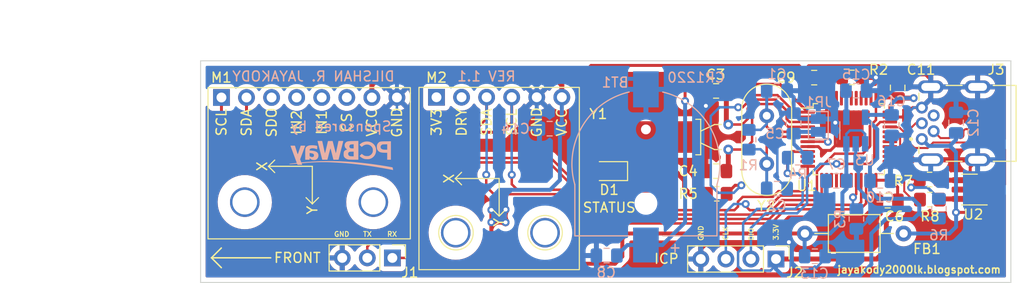
<source format=kicad_pcb>
(kicad_pcb (version 20211014) (generator pcbnew)
  (title_block (title "Star Pointer") (date "2022-01-29") (rev "1.1.0") (company "Dilshan R Jayakody") (comment 1 "jayakody2000lk.blogspot.com") (comment 2 "https://github.com/dilshan/star-pointer") (comment 3 "jayakody2000lk@gmail.com"))
  (layers (0 "F.Cu" signal) (31 "B.Cu" signal) (34 "B.Paste" user) (35 "F.Paste" user) (36 "B.SilkS" user "B.Silkscreen") (37 "F.SilkS" user "F.Silkscreen") (38 "B.Mask" user) (39 "F.Mask" user) (44 "Edge.Cuts" user))
  (net 0 "")
  (net 1 "/VBAT")
  (net 2 "GND")
  (net 3 "Net-(C1-Pad2)")
  (net 4 "Net-(C2-Pad2)")
  (net 5 "Net-(C3-Pad1)")
  (net 6 "Net-(C4-Pad1)")
  (net 7 "/RESET")
  (net 8 "+3V3")
  (net 9 "+5V")
  (net 10 "VBUS")
  (net 11 "Net-(D1-Pad1)")
  (net 12 "/DBG-RX")
  (net 13 "/DBG-TX")
  (net 14 "/ISP-DIO")
  (net 15 "/ISP-CLK")
  (net 16 "/USB-ESD+")
  (net 17 "/USB-ESD-")
  (net 19 "/SCL")
  (net 20 "/SDA")
  (net 27 "/BOOT0")
  (net 28 "/BOOT1")
  (net 29 "/SLED")
  (net 30 "/USB-D+")
  (net 31 "Net-(R7-Pad2)")
  (net 32 "Net-(R8-Pad1)")
  (net 33 "/USB-D-")
  (net 57 "Net-(C15-Pad1)")
  (footprint "Connector_PinHeader_2.54mm:PinHeader_1x03_P2.54mm_Vertical" (layer "F.Cu") (at 124.33 119.01 -90)
    (fp_text reference "J1")
    (fp_text value "2.54mm Header" hide)
  )
  (footprint "starpointer:ADXL345 MODULE" (layer "F.Cu") (at 107.01 102.725 90)
    (fp_text reference "M1")
    (fp_text value "ADXL345 MODULE")
  )
  (footprint "Package_TO_SOT_SMD:SOT-23-6" (layer "F.Cu") (at 182.8 112.07 180)
    (fp_text reference "U2")
    (fp_text value "USBLC6-2SC6")
  )
  (footprint "Package_QFP:LQFP-48_7x7mm_P0.5mm" (layer "F.Cu") (at 170.58 106.96)
    (fp_text reference "U1")
    (fp_text value "STM32F103C8T6")
  )
  (footprint "Resistor_SMD:R_0805_2012Metric_Pad1.20x1.40mm_HandSolder" (layer "F.Cu") (at 170.9 100.69)
    (fp_text reference "R2")
    (fp_text value "100K")
  )
  (footprint "starpointer:HMC5883L MODULE" (layer "F.Cu") (at 128.8 102.7 90)
    (fp_text reference "M2")
    (fp_text value "HMC5883L MODULE")
  )
  (footprint "LED_SMD:LED_0805_2012Metric_Pad1.15x1.40mm_HandSolder" (layer "F.Cu") (at 146.3 110.2 180)
    (fp_text reference "D1")
    (fp_text value "RED LED")
  )
  (footprint "Capacitor_SMD:C_0805_2012Metric_Pad1.18x1.45mm_HandSolder" (layer "F.Cu") (at 167.0725 100.71)
    (fp_text reference "C9")
    (fp_text value "0.1MFD")
  )
  (footprint "Capacitor_SMD:C_0805_2012Metric_Pad1.18x1.45mm_HandSolder" (layer "F.Cu") (at 157.14 110.2 180)
    (fp_text reference "C4")
    (fp_text value "15pF")
  )
  (footprint "Resistor_SMD:R_0805_2012Metric_Pad1.20x1.40mm_HandSolder" (layer "F.Cu") (at 178.79 113.09)
    (fp_text reference "R7")
    (fp_text value "22R")
  )
  (footprint "Connector_PinHeader_2.54mm:PinHeader_1x04_P2.54mm_Vertical" (layer "F.Cu") (at 163.2 119.12 -90)
    (fp_text reference "J2")
    (fp_text value "2.54mm Header" hide)
  )
  (footprint "Crystal:Crystal_HC49-U_Vertical" (layer "F.Cu") (at 162.26 109.46 90)
    (fp_text reference "Y2")
    (fp_text value "8.00MHz")
  )
  (footprint "Inductor_THT:L_Axial_L5.0mm_D3.6mm_P10.00mm_Horizontal_Murata_BL01RN1A2A2" (layer "F.Cu") (at 176.13 116.53 180)
    (fp_text reference "FB1")
    (fp_text value "2773001112")
  )
  (footprint "Capacitor_SMD:C_0805_2012Metric_Pad1.18x1.45mm_HandSolder" (layer "F.Cu") (at 174.5175 113.2 180)
    (fp_text reference "C6")
    (fp_text value "0.1MFD")
  )
  (footprint "Resistor_SMD:R_0805_2012Metric_Pad1.20x1.40mm_HandSolder" (layer "F.Cu") (at 157.2 112.5)
    (fp_text reference "R5")
    (fp_text value "680R")
  )
  (footprint "Crystal:Crystal_AT310_D3.0mm_L10.0mm_Horizontal_1EP_style1" (layer "F.Cu") (at 158.37 105.47 -90)
    (fp_text reference "Y1")
    (fp_text value "32.768kHz")
  )
  (footprint "Capacitor_SMD:C_0805_2012Metric_Pad1.18x1.45mm_HandSolder" (layer "F.Cu") (at 175.53 101.73 90)
    (fp_text reference "C11")
    (fp_text value "0.1MFD")
  )
  (footprint "Resistor_SMD:R_0805_2012Metric_Pad1.20x1.40mm_HandSolder" (layer "F.Cu") (at 178.77 111.05 180)
    (fp_text reference "R8")
    (fp_text value "22R")
  )
  (footprint "Capacitor_SMD:C_0805_2012Metric_Pad1.18x1.45mm_HandSolder" (layer "F.Cu") (at 157.1325 102.06 180)
    (fp_text reference "C3")
    (fp_text value "15pF")
  )
  (footprint "starpointer:OMRON_XM7D-0512" (layer "F.Cu") (at 178.8775 105.35 -90)
    (fp_text reference "J3")
    (fp_text value "XM7D-0512")
  )
  (footprint "starpointer:MPD_BC501SM-TR" (layer "B.Cu") (at 150.02 109.47 -90)
    (fp_text reference "BT1")
    (fp_text value "CR1220 HOLDER")
  )
  (footprint "Capacitor_SMD:C_0805_2012Metric_Pad1.18x1.45mm_HandSolder" (layer "B.Cu") (at 173.76 111.19)
    (fp_text reference "C10")
    (fp_text value "0.1MFD")
  )
  (footprint "Capacitor_SMD:C_0805_2012Metric_Pad1.18x1.45mm_HandSolder" (layer "B.Cu") (at 163.2975 111.98 180)
    (fp_text reference "C2")
    (fp_text value "22pF")
  )
  (footprint "Capacitor_SMD:C_0805_2012Metric_Pad1.18x1.45mm_HandSolder" (layer "B.Cu") (at 167.14 118.84)
    (fp_text reference "C13")
    (fp_text value "1MFD")
  )
  (footprint "Capacitor_SMD:C_0805_2012Metric_Pad1.18x1.45mm_HandSolder" (layer "B.Cu") (at 146.04 118.77 180)
    (fp_text reference "C8")
    (fp_text value "0.1MFD")
  )
  (footprint "Package_TO_SOT_SMD:SOT-23-5_HandSoldering" (layer "B.Cu") (at 171.28 106.08 90)
    (fp_text reference "U3")
    (fp_text value "RT9193-33GB")
  )
  (footprint "Capacitor_SMD:C_0805_2012Metric_Pad1.18x1.45mm_HandSolder" (layer "B.Cu") (at 169.3175 111.19 180)
    (fp_text reference "C7")
    (fp_text value "0.1MFD")
  )
  (footprint "Resistor_SMD:R_0805_2012Metric_Pad1.20x1.40mm_HandSolder" (layer "B.Cu") (at 165.4 108.84)
    (fp_text reference "R4")
    (fp_text value "10K")
  )
  (footprint "Capacitor_SMD:C_0805_2012Metric_Pad1.18x1.45mm_HandSolder" (layer "B.Cu") (at 171.33 102.03)
    (fp_text reference "C15")
    (fp_text value "0.1MFD")
  )
  (footprint "Capacitor_SMD:C_0805_2012Metric_Pad1.18x1.45mm_HandSolder" (layer "B.Cu") (at 164.99 105.3525 90)
    (fp_text reference "C5")
    (fp_text value "0.1MFD")
  )
  (footprint "Capacitor_SMD:C_0805_2012Metric_Pad1.18x1.45mm_HandSolder" (layer "B.Cu") (at 140.2675 105.89 180)
    (fp_text reference "C14")
    (fp_text value "0.1MFD")
  )
  (footprint "Resistor_SMD:R_0805_2012Metric_Pad1.20x1.40mm_HandSolder" (layer "B.Cu") (at 171.35 115.06 -90)
    (fp_text reference "R3")
    (fp_text value "100K")
  )
  (footprint "Capacitor_SMD:C_0805_2012Metric_Pad1.18x1.45mm_HandSolder" (layer "B.Cu") (at 163.2975 102.04 180)
    (fp_text reference "C1")
    (fp_text value "22pF")
  )
  (footprint "Capacitor_SMD:C_0805_2012Metric_Pad1.18x1.45mm_HandSolder" (layer "B.Cu") (at 181.45 105.2825 90)
    (fp_text reference "C12")
    (fp_text value "0.01MFD")
  )
  (footprint "starpointer:pcbway-logo-5mm" (layer "B.Cu") (at 119.126 108.204 180)
    (fp_text reference "G***" hide)
    (fp_text value "LOGO" hide)
  )
  (footprint "Jumper:SolderJumper-2_P1.3mm_Open_Pad1.0x1.5mm" (layer "B.Cu") (at 167.49 105.56 90)
    (fp_text reference "JP1")
    (fp_text value "PCB JUMPER")
  )
  (footprint "Resistor_SMD:R_0805_2012Metric_Pad1.20x1.40mm_HandSolder" (layer "B.Cu") (at 179.71 114.01 90)
    (fp_text reference "R6")
    (fp_text value "1.5K")
  )
  (footprint "Resistor_SMD:R_0805_2012Metric_Pad1.20x1.40mm_HandSolder" (layer "B.Cu") (at 160.43 107.01 -90)
    (fp_text reference "R1")
    (fp_text value "1M")
  )
  (footprint "Capacitor_SMD:C_0805_2012Metric_Pad1.18x1.45mm_HandSolder" (layer "B.Cu") (at 174.93 105.53 -90)
    (fp_text reference "C16")
    (fp_text value "1MFD")
  )
  (gr_line (start 106 119) (end 107 120) (layer "F.SilkS") (width 0.15))
  (gr_line (start 106 119) (end 107 118) (layer "F.SilkS") (width 0.15))
  (gr_line (start 112 119) (end 106 119) (layer "F.SilkS") (width 0.15))
  (gr_line (start 187 99) (end 187 121.5) (layer "Edge.Cuts") (width 0.1))
  (gr_line (start 104.9 99) (end 187 99) (layer "Edge.Cuts") (width 0.1))
  (gr_line (start 104.9 121.5) (end 104.9 99) (layer "Edge.Cuts") (width 0.1))
  (gr_line (start 187 121.5) (end 104.9 121.5) (layer "Edge.Cuts") (width 0.1))
  (gr_text "REV 1.1" (at 133.858 100.584) (layer "B.SilkS") (effects (font (size 1 1)) (justify mirror)))
  (gr_text "Sponsored by" (at 119.126 105.664) (layer "B.SilkS") (effects (font (size 1 1)) (justify mirror)))
  (gr_text "DILSHAN R. JAYAKODY" (at 116.332 100.584) (layer "B.SilkS") (effects (font (size 1 1)) (justify mirror)))
  (gr_text "CR1220" (at 155.1 100.7) (layer "B.SilkS") (effects (font (size 1 1)) (justify mirror)))
  (gr_text "3.3V" (at 163.2 116.4 90) (layer "F.SilkS") (effects (font (size 0.5 0.5) (thickness 0.1))))
  (gr_text "GND" (at 155.6 116.5 90) (layer "F.SilkS") (effects (font (size 0.5 0.5) (thickness 0.1))))
  (gr_text "GND" (at 119.2 116.6) (layer "F.SilkS") (effects (font (size 0.5 0.5) (thickness 0.1))))
  (gr_text "jayakody2000lk.blogspot.com" (at 177.7 120.2) (layer "F.SilkS") (effects (font (size 0.75 0.75))))
  (gr_text "TX" (at 121.8 116.6) (layer "F.SilkS") (effects (font (size 0.5 0.5) (thickness 0.1))))
  (gr_text "DIO" (at 160.7 116.6 90) (layer "F.SilkS") (effects (font (size 0.5 0.5) (thickness 0.1))))
  (gr_text "FRONT" (at 114.7 119) (layer "F.SilkS") (effects (font (size 1 1))))
  (gr_text "RX" (at 124.3 116.6) (layer "F.SilkS") (effects (font (size 0.5 0.5) (thickness 0.1))))
  (gr_text "ICP" (at 152.1 119.1) (layer "F.SilkS") (effects (font (size 1 1))))
  (gr_text "CLK" (at 158.1 116.5 90) (layer "F.SilkS") (effects (font (size 0.5 0.5) (thickness 0.1))))
  (gr_text "STATUS" (at 146.3 113.9) (layer "F.SilkS") (effects (font (size 1 1))))
  (segment (start 159.26 100.63) (end 160.01 101.38) (width 0.3) (layer "F.Cu") (net 1))
  (segment (start 160.01 101.38) (end 163.6 101.38) (width 0.3) (layer "F.Cu") (net 1))
  (segment (start 163.6 101.38) (end 166.4175 104.1975) (width 0.3) (layer "F.Cu") (net 1))
  (segment (start 155.03 100.63) (end 159.26 100.63) (width 0.3) (layer "F.Cu") (net 1))
  (segment (start 153.99 101.67) (end 155.03 100.63) (width 0.3) (layer "F.Cu") (net 1))
  (segment (start 153.99 103.09) (end 153.99 101.67) (width 0.3) (layer "F.Cu") (net 1))
  (segment (start 166.4175 104.1975) (end 166.4175 104.21) (width 0.3) (layer "F.Cu") (net 1))
  (via (at 153.99 103.09) (size 0.8) (drill 0.4) (layers "F.Cu" "B.Cu") (net 1))
  (segment (start 150.02 117.7) (end 148.1475 117.7) (width 0.4) (layer "B.Cu") (net 1))
  (segment (start 153.99 103.09) (end 153.99 115.4) (width 0.4) (layer "B.Cu") (net 1))
  (segment (start 151.69 117.7) (end 150.02 117.7) (width 0.4) (layer "B.Cu") (net 1))
  (segment (start 153.99 115.4) (end 151.69 117.7) (width 0.4) (layer "B.Cu") (net 1))
  (segment (start 148.1475 117.7) (end 147.0775 118.77) (width 0.4) (layer "B.Cu") (net 1))
  (segment (start 183.9375 112.07) (end 183.25 112.07) (width 0.3) (layer "F.Cu") (net 2))
  (segment (start 182.88 109.7975) (end 183.6275 109.05) (width 0.3) (layer "F.Cu") (net 2))
  (segment (start 177.06 103.75) (end 177.9775 103.75) (width 0.3) (layer "F.Cu") (net 2))
  (segment (start 168.33 102.7975) (end 168.33 100.93) (width 0.25) (layer "F.Cu") (net 2))
  (segment (start 156.095 102.06) (end 156.095 105.604042) (width 0.5) (layer "F.Cu") (net 2))
  (segment (start 164.47 117.45) (end 164.51 117.41) (width 0.5) (layer "F.Cu") (net 2))
  (segment (start 168.33 102.7975) (end 168.33 104.4) (width 0.3) (layer "F.Cu") (net 2))
  (segment (start 178.8775 100.8675) (end 178.39 100.38) (width 0.4) (layer "F.Cu") (net 2))
  (segment (start 178.8775 101.65) (end 183.6275 101.65) (width 0.5) (layer "F.Cu") (net 2))
  (segment (start 168.33 104.4) (end 169.21 105.28) (width 0.3) (layer "F.Cu") (net 2))
  (segment (start 156.095 105.604042) (end 154.854521 106.844521) (width 0.25) (layer "F.Cu") (net 2))
  (segment (start 178.39 100.38) (end 175.8425 100.38) (width 0.4) (layer "F.Cu") (net 2))
  (segment (start 182.88 111.7) (end 182.88 109.7975) (width 0.3) (layer "F.Cu") (net 2))
  (segment (start 171.9 100.69) (end 173.3255 100.69) (width 0.25) (layer "F.Cu") (net 2))
  (segment (start 172.83 111.1225) (end 172.83 112.55) (width 0.25) (layer "F.Cu") (net 2))
  (segment (start 173.48 113.93) (end 172.58 114.83) (width 0.5) (layer "F.Cu") (net 2))
  (segment (start 176.1 104.71) (end 177.06 103.75) (width 0.3) (layer "F.Cu") (net 2))
  (segment (start 168.33 100.93) (end 168.11 100.71) (width 0.25) (layer "F.Cu") (net 2))
  (segment (start 167.48 107.71) (end 167.87 108.1) (width 0.3) (layer "F.Cu") (net 2))
  (segment (start 174.7425 104.71) (end 176.1 104.71) (width 0.3) (layer "F.Cu") (net 2))
  (segment (start 171.58 118.16) (end 165.26 118.16) (width 0.5) (layer "F.Cu") (net 2))
  (segment (start 172.58 117.16) (end 171.58 118.16) (width 0.5) (layer "F.Cu") (net 2))
  (segment (start 178.8775 109.05) (end 183.6275 109.05) (width 0.5) (layer "F.Cu") (net 2))
  (segment (start 156.095 103.575) (end 156.095 105.604042) (width 0.25) (layer "F.Cu") (net 2))
  (segment (start 172.58 114.83) (end 172.58 117.16) (width 0.5) (layer "F.Cu") (net 2))
  (segment (start 183.25 112.07) (end 182.88 111.7) (width 0.3) (layer "F.Cu") (net 2))
  (segment (start 156.095 105.604042) (end 154.729521 106.969521) (width 0.5) (layer "F.Cu") (net 2))
  (segment (start 155.58 118.05) (end 156.18 117.45) (width 0.5) (layer "F.Cu") (net 2))
  (segment (start 169.21 107.61) (end 169.21 105.28) (width 0.3) (layer "F.Cu") (net 2))
  (segment (start 165.26 118.16) (end 164.51 117.41) (width 0.5) (layer "F.Cu") (net 2))
  (segment (start 175.8425 100.38) (end 175.53 100.6925) (width 0.4) (layer "F.Cu") (net 2))
  (segment (start 156.1025 108.0925) (end 154.854521 106.844521) (width 0.5) (layer "F.Cu") (net 2))
  (segment (start 156.18 117.45) (end 164.47 117.45) (width 0.5) (layer "F.Cu") (net 2))
  (segment (start 154.854521 106.844521) (end 149.65776 106.844521) (width 0.25) (layer "F.Cu") (net 2))
  (segment (start 172.83 112.55) (end 173.48 113.2) (width 0.25) (layer "F.Cu") (net 2))
  (segment (start 155.58 119.12) (end 155.58 118.05) (width 0.5) (layer "F.Cu") (net 2))
  (segment (start 178.8775 101.65) (end 178.8775 100.8675) (width 0.4) (layer "F.Cu") (net 2))
  (segment (start 168.72 108.1) (end 169.21 107.61) (width 0.3) (layer "F.Cu") (net 2))
  (segment (start 156.095 102.06) (end 156.095 103.575) (width 0.25) (layer "F.Cu") (net 2))
  (segment (start 156.1025 110.2) (end 156.1025 108.0925) (width 0.5) (layer "F.Cu") (net 2))
  (segment (start 167.87 108.1) (end 168.72 108.1) (width 0.3) (layer "F.Cu") (net 2))
  (segment (start 166.4175 107.71) (end 167.48 107.71) (width 0.3) (layer "F.Cu") (net 2))
  (segment (start 173.48 113.2) (end 173.48 113.93) (width 0.5) (layer "F.Cu") (net 2))
  (segment (start 154.729521 106.969521) (end 149.62 106.969521) (width 0.5) (layer "F.Cu") (net 2))
  (via (at 169.21 105.28) (size 0.8) (drill 0.4) (layers "F.Cu" "B.Cu") (net 2))
  (via (at 173.3255 100.69) (size 0.8) (drill 0.4) (layers "F.Cu" "B.Cu") (net 2))
  (via (at 164.51 117.41) (size 0.8) (drill 0.4) (layers "F.Cu" "B.Cu") (net 2))
  (via (at 156.095 103.575) (size 0.8) (drill 0.4) (layers "F.Cu" "B.Cu") (net 2))
  (segment (start 127.24 116.98) (end 126.65 116.39) (width 0.25) (layer "B.Cu") (net 2))
  (segment (start 175.9625 106.5675) (end 176.59 105.94) (width 0.25) (layer "B.Cu") (net 2))
  (segment (start 174.41 101.65) (end 178.8775 101.65) (width 0.4) (layer "B.Cu") (net 2))
  (segment (start 153.86 119.12) (end 155.58 119.12) (width 0.25) (layer "B.Cu") (net 2))
  (segment (start 167.44 115.04) (end 164.8 115.04) (width 0.4) (layer "B.Cu") (net 2))
  (segment (start 167.18 120.1) (end 168.1775 119.1025) (width 0.25) (layer "B.Cu") (net 2))
  (segment (start 123.87 105.41) (end 124.79 104.49) (width 0.25) (layer "B.Cu") (net 2))
  (segment (start 170.47 118.84) (end 171.35 117.96) (width 0.4) (layer "B.Cu") (net 2))
  (segment (start 169.74 100.51) (end 168.94 101.31) (width 0.25) (layer "B.Cu") (net 2))
  (segment (start 182.85 104.23) (end 181.465 104.23) (width 0.25) (layer "B.Cu") (net 2))
  (segment (start 178.8775 101.65) (end 178.8775 102.85) (width 0.25) (layer "B.Cu") (net 2))
  (segment (start 171.82 100.51) (end 169.74 100.51) (width 0.25) (layer "B.Cu") (net 2))
  (segment (start 169.25 103.78) (end 169.25 105.24) (width 0.25) (layer "B.Cu") (net 2))
  (segment (start 138.96 105.62) (end 139.23 105.89) (width 0.4) (layer "B.Cu") (net 2))
  (segment (start 168.94 103.47) (end 169.25 103.78) (width 0.25) (layer "B.Cu") (net 2))
  (segment (start 174.93 106.5675) (end 175.9625 106.5675) (width 0.25) (layer "B.Cu") (net 2))
  (segment (start 167.49 104.91) (end 168.84 104.91) (width 0.25) (layer "B.Cu") (net 2))
  (segment (start 160.82 100.51) (end 163.78 100.51) (width 0.25) (layer "B.Cu") (net 2))
  (segment (start 168.84 104.91) (end 169.21 105.28) (width 0.25) (layer "B.Cu") (net 2))
  (segment (start 163.78 100.51) (end 164.335 101.065) (width 0.25) (layer "B.Cu") (net 2))
  (segment (start 174.7975 110.0025) (end 175.75 109.05) (width 0.4) (layer "B.Cu") (net 2))
  (segment (start 138.96 101.58) (end 139.71 100.83) (width 0.4) (layer "B.Cu") (net 2))
  (segment (start 138.96 102.7) (end 138.96 105.62) (width 0.4) (layer "B.Cu") (net 2))
  (segment (start 168.28 114.2) (end 167.44 115.04) (width 0.4) (layer "B.Cu") (net 2))
  (segment (start 174.93 106.5675) (end 174.93 108.23) (width 0.4) (layer "B.Cu") (net 2))
  (segment (start 156.79 101.9) (end 156.095 102.595) (width 0.25) (layer "B.Cu") (net 2))
  (segment (start 175.75 109.05) (end 178.8775 109.05) (width 0.4) (layer "B.Cu") (net 2))
  (segment (start 138.96 102.7) (end 138.96 101.58) (width 0.4) (layer "B.Cu") (net 2))
  (segment (start 164.99 104.315) (end 164.99 102.695) (width 0.4) (layer "B.Cu") (net 2))
  (segment (start 165.585 104.91) (end 164.99 104.315) (width 0.4) (layer "B.Cu") (net 2))
  (segment (start 127.24 118.49) (end 127.24 116.98) (width 0.25) (layer "B.Cu") (net 2))
  (segment (start 164.335 101.065) (end 164.335 102.04) (width 0.25) (layer "B.Cu") (net 2))
  (segment (start 171.35 116.06) (end 171.67 116.06) (width 0.3) (layer "B.Cu") (net 2))
  (segment (start 150.02 101.9) (end 155.4 101.9) (width 0.25) (layer "B.Cu") (net 2))
  (segment (start 120.17 105.41) (end 123.87 105.41) (width 0.25) (layer "B.Cu") (net 2))
  (segment (start 171.67 116.06) (end 172.71 115.02) (width 0.3) (layer "B.Cu") (net 2))
  (segment (start 119.25 106.33) (end 119.25 115.02) (width 0.25) (layer "B.Cu") (net 2))
  (segment (start 155.4 101.9) (end 156.095 102.595) (width 0.25) (layer "B.Cu") (net 2))
  (segment (start 172.71 113.1) (end 172.71 115.02) (width 0.3) (layer "B.Cu") (net 2))
  (segment (start 169.25 105.24) (end 169.21 105.28) (width 0.25) (layer "B.Cu") (net 2))
  (segment (start 181.98 101.65) (end 183.6275 101.65) (width 0.4) (layer "B.Cu") (net 2))
  (segment (start 142.09 118.77) (end 141.33 119.53) (width 0.25) (layer "B.Cu") (net 2))
  (segment (start 167.49 104.91) (end 165.585 104.91) (width 0.4) (layer "B.Cu") (net 2))
  (segment (start 173.3255 100.69) (end 173.3255 101.072) (width 0.4) (layer "B.Cu") (net 2))
  (segment (start 181.45 104.245) (end 181.45 102.18) (width 0.4) (layer "B.Cu") (net 2))
  (segment (start 120.62 116.39) (end 119.25 117.76) (width 0.25) (layer "B.Cu") (net 2))
  (segment (start 119.25 115.02) (end 120.62 116.39) (width 0.25) (layer "B.Cu") (net 2))
  (segment (start 126.65 116.39) (end 120.62 116.39) (width 0.25) (layer "B.Cu") (net 2))
  (segment (start 168.28 111.19) (end 168.28 114.2) (width 0.4) (layer "B.Cu") (net 2))
  (segment (start 168.94 101.31) (end 168.94 103.47) (width 0.25) (layer "B.Cu") (net 2))
  (segment (start 165.51 120.1) (end 167.18 120.1) (width 0.25) (layer "B.Cu") (net 2))
  (segment (start 176.59 105.94) (end 176.59 104.31) (width 0.25) (layer "B.Cu") (net 2))
  (segment (start 148.95 100.83) (end 150.02 101.9) (width 0.4) (layer "B.Cu") (net 2))
  (segment (start 168.1775 118.84) (end 170.47 118.84) (width 0.4) (layer "B.Cu") (net 2))
  (segment (start 163.334511 105.115489) (end 164.135 104.315) (width 0.25) (layer "B.Cu") (net 2))
  (segment (start 164.87 117.77) (end 164.87 119.46) (width 0.25) (layer "B.Cu") (net 2))
  (segment (start 138.19 100.86) (end 138.96 101.63) (width 0.4) (layer "B.Cu") (net 2))
  (segment (start 138.96 101.63) (end 138.96 102.7) (width 0.4) (layer "B.Cu") (net 2))
  (segment (start 124.79 104.49) (end 124.79 102.725) (width 0.25) (layer "B.Cu") (net 2))
  (segment (start 124.79 101.35) (end 125.28 100.86) (width 0.4) (layer "B.Cu") (net 2))
  (segment (start 125.28 100.86) (end 138.19 100.86) (width 0.4) (layer "B.Cu") (net 2))
  (segment (start 119.25 117.76) (end 119.25 119.01) (width 0.25) (layer "B.Cu") (net 2))
  (segment (start 141.33 119.53) (end 128.28 119.53) (width 0.25) (layer "B.Cu") (net 2))
  (segment (start 119.25 106.33) (end 120.17 105.41) (width 0.25) (layer "B.Cu") (net 2))
  (segment (start 174.93 108.23) (end 175.75 109.05) (width 0.4) (layer "B.Cu") (net 2))
  (segment (start 183.6275 109.05) (end 183.6275 105.0075) (width 0.25) (layer "B.Cu") (net 2))
  (segment (start 139.71 100.83) (end 148.95 100.83) (width 0.4) (layer "B.Cu") (net 2))
  (segment (start 173.3255 101.072) (end 172.3675 102.03) (width 0.4) (layer "B.Cu") (net 2))
  (segment (start 171.35 117.96) (end 171.35 116.06) (width 0.4) (layer "B.Cu") (net 2))
  (segment (start 171.55 109.35) (end 171.55 111.94) (width 0.3) (layer "B.Cu") (net 2))
  (segment (start 156.095 102.595) (end 156.095 103.575) (width 0.25) (layer "B.Cu") (net 2))
  (segment (start 164.87 119.46) (end 165.51 120.1) (width 0.25) (layer "B.Cu") (net 2))
  (segment (start 163.334511 110.979511) (end 163.334511 105.115489) (width 0.25) (layer "B.Cu") (net 2))
  (segment (start 159.43 101.9) (end 160.82 100.51) (width 0.25) (layer "B.Cu") (net 2))
  (segment (start 171.55 111.94) (end 172.71 113.1) (width 0.3) (layer "B.Cu") (net 2))
  (segment (start 164.99 102.695) (end 164.335 102.04) (width 0.4) (layer "B.Cu") (net 2))
  (segment (start 171.28 107.43) (end 171.28 109.08) (width 0.3) (layer "B.Cu") (net 2))
  (segment (start 159.43 101.9) (end 156.79 101.9) (width 0.25) (layer "B.Cu") (net 2))
  (segment (start 128.28 119.53) (end 127.24 118.49) (width 0.25) (layer "B.Cu") (net 2))
  (segment (start 164.335 111.98) (end 163.334511 110.979511) (width 0.25) (layer "B.Cu") (net 2))
  (segment (start 177.15 103.75) (end 177.9775 103.75) (width 0.25) (layer "B.Cu") (net 2))
  (segment (start 181.465 104.23) (end 181.45 104.245) (width 0.25) (layer "B.Cu") (net 2))
  (segment (start 174.03 102.03) (end 174.41 101.65) (width 0.4) (layer "B.Cu") (net 2))
  (segment (start 145.0025 119.6325) (end 145.67 120.3) (width 0.25) (layer "B.Cu") (net 2))
  (segment (start 145.0025 118.77) (end 142.09 118.77) (width 0.25) (layer "B.Cu") (net 2))
  (segment (start 164.51 115.33) (end 164.51 117.41) (width 0.4) (layer "B.Cu") (net 2))
  (segment (start 164.8 115.04) (end 164.51 115.33) (width 0.4) (layer "B.Cu") (net 2))
  (segment (start 164.51 117.41) (end 164.87 117.77) (width 0.25) (layer "B.Cu") (net 2))
  (segment (start 168.1775 119.1025) (end 168.1775 118.84) (width 0.25) (layer "B.Cu") (net 2))
  (segment (start 174.7975 111.19) (end 174.7975 110.0025) (width 0.4) (layer "B.Cu") (net 2))
  (segment (start 181.45 102.18) (end 181.98 101.65) (width 0.4) (layer "B.Cu") (net 2))
  (segment (start 164.135 104.315) (end 164.99 104.315) (width 0.25) (layer "B.Cu") (net 2))
  (segment (start 176.59 104.31) (end 177.15 103.75) (width 0.25) (layer "B.Cu") (net 2))
  (segment (start 183.6275 105.0075) (end 182.85 104.23) (width 0.25) (layer "B.Cu") (net 2))
  (segment (start 145.0025 118.77) (end 145.0025 119.6325) (width 0.25) (layer "B.Cu") (net 2))
  (segment (start 138.96 101.63) (end 138.96 101.58) (width 0.25) (layer "B.Cu") (net 2))
  (segment (start 174.7975 106.7) (end 174.93 106.5675) (width 0.25) (layer "B.Cu") (net 2))
  (segment (start 172.3675 101.0575) (end 171.82 100.51) (width 0.25) (layer "B.Cu") (net 2))
  (segment (start 124.79 102.725) (end 124.79 101.35) (width 0.4) (layer "B.Cu") (net 2))
  (segment (start 178.8775 102.85) (end 177.9775 103.75) (width 0.25) (layer "B.Cu") (net 2))
  (segment (start 171.28 109.08) (end 171.55 109.35) (width 0.3) (layer "B.Cu") (net 2))
  (segment (start 172.3675 102.03) (end 172.3675 101.0575) (width 0.25) (layer "B.Cu") (net 2))
  (segment (start 152.68 120.3) (end 153.86 119.12) (width 0.25) (layer "B.Cu") (net 2))
  (segment (start 145.67 120.3) (end 152.68 120.3) (width 0.25) (layer "B.Cu") (net 2))
  (segment (start 172.3675 102.03) (end 174.03 102.03) (width 0.4) (layer "B.Cu") (net 2))
  (segment (start 162.78 106.21) (end 162.26 105.69) (width 0.25) (layer "F.Cu") (net 3))
  (segment (start 162.26 105.69) (end 162.26 104.58) (width 0.25) (layer "F.Cu") (net 3))
  (segment (start 166.4175 106.21) (end 162.78 106.21) (width 0.25) (layer "F.Cu") (net 3))
  (segment (start 162.26 104.58) (end 162.26 102.04) (width 0.3) (layer "B.Cu") (net 3))
  (segment (start 162.26 105.41) (end 162.26 104.58) (width 0.25) (layer "B.Cu") (net 3))
  (segment (start 161.66 106.01) (end 162.26 105.41) (width 0.25) (layer "B.Cu") (net 3))
  (segment (start 160.43 106.01) (end 161.66 106.01) (width 0.25) (layer "B.Cu") (net 3))
  (segment (start 162.26 107.26) (end 162.26 109.46) (width 0.25) (layer "F.Cu") (net 4))
  (segment (start 162.81 106.71) (end 162.26 107.26) (width 0.25) (layer "F.Cu") (net 4))
  (segment (start 166.4175 106.71) (end 162.81 106.71) (width 0.25) (layer "F.Cu") (net 4))
  (segment (start 161.64 107.98) (end 160.46 107.98) (width 0.25) (layer "B.Cu") (net 4))
  (segment (start 162.26 108.6) (end 161.64 107.98) (width 0.25) (layer "B.Cu") (net 4))
  (segment (start 162.26 109.46) (end 162.26 108.6) (width 0.25) (layer "B.Cu") (net 4))
  (segment (start 160.46 107.98) (end 160.43 108.01) (width 0.25) (layer "B.Cu") (net 4))
  (segment (start 162.26 109.46) (end 162.26 111.98) (width 0.3) (layer "B.Cu") (net 4))
  (segment (start 161.233802 102.94048) (end 160.33048 103.843802) (width 0.25) (layer "F.Cu") (net 5))
  (segment (start 160.33048 104.90952) (end 159.77 105.47) (width 0.25) (layer "F.Cu") (net 5))
  (segment (start 164.58 105.21) (end 164.28 104.91) (width 0.25) (layer "F.Cu") (net 5))
  (segment (start 158.17 102.06) (end 158.17 105.27) (width 0.5) (layer "F.Cu") (net 5))
  (segment (start 163.17048 102.94048) (end 161.233802 102.94048) (width 0.25) (layer "F.Cu") (net 5))
  (segment (start 160.33048 103.843802) (end 160.33048 104.90952) (width 0.25) (layer "F.Cu") (net 5))
  (segment (start 164.28 104.91) (end 164.28 104.05) (width 0.25) (layer "F.Cu") (net 5))
  (segment (start 164.28 104.05) (end 163.17048 102.94048) (width 0.25) (layer "F.Cu") (net 5))
  (segment (start 159.77 105.47) (end 158.37 105.47) (width 0.25) (layer "F.Cu") (net 5))
  (segment (start 158.17 105.27) (end 158.37 105.47) (width 0.5) (layer "F.Cu") (net 5))
  (segment (start 166.4175 105.21) (end 164.58 105.21) (width 0.25) (layer "F.Cu") (net 5))
  (segment (start 159.97 108.01) (end 158.37 108.01) (width 0.25) (layer "F.Cu") (net 6))
  (segment (start 158.37 108.01) (end 158.37 110.0075) (width 0.5) (layer "F.Cu") (net 6))
  (segment (start 166.4175 105.71) (end 164.444282 105.71) (width 0.25) (layer "F.Cu") (net 6))
  (segment (start 163.72 104.985718) (end 163.72 104.23) (width 0.25) (layer "F.Cu") (net 6))
  (segment (start 160.78 107.2) (end 159.97 108.01) (width 0.25) (layer "F.Cu") (net 6))
  (segment (start 161.42 103.39) (end 160.78 104.03) (width 0.25) (layer "F.Cu") (net 6))
  (segment (start 163.71 104.24) (end 163.72 104.23) (width 0.25) (layer "F.Cu") (net 6))
  (segment (start 164.444282 105.71) (end 163.72 104.985718) (width 0.25) (layer "F.Cu") (net 6))
  (segment (start 162.98 103.39) (end 161.42 103.39) (width 0.25) (layer "F.Cu") (net 6))
  (segment (start 163.72 104.13) (end 162.98 103.39) (width 0.25) (layer "F.Cu") (net 6))
  (segment (start 160.78 104.03) (end 160.78 107.2) (width 0.25) (layer "F.Cu") (net 6))
  (segment (start 163.72 104.23) (end 163.72 104.13) (width 0.25) (layer "F.Cu") (net 6))
  (segment (start 158.37 110.0075) (end 158.1775 110.2) (width 0.5) (layer "F.Cu") (net 6))
  (segment (start 166.4175 107.21) (end 167.6 107.21) (width 0.25) (layer "F.Cu") (net 7))
  (segment (start 168.44 107.21) (end 168.46 107.23) (width 0.25) (layer "F.Cu") (net 7))
  (segment (start 167.6 107.21) (end 168.44 107.21) (width 0.25) (layer "F.Cu") (net 7))
  (via (at 168.46 107.23) (size 0.8) (drill 0.4) (layers "F.Cu" "B.Cu") (net 7))
  (segment (start 165.17 106.21) (end 164.99 106.39) (width 0.4) (layer "B.Cu") (net 7))
  (segment (start 168.46 107.23) (end 168.46 107.18) (width 0.25) (layer "B.Cu") (net 7))
  (segment (start 164.99 107.43) (end 166.4 108.84) (width 0.4) (layer "B.Cu") (net 7))
  (segment (start 164.99 106.39) (end 164.99 107.43) (width 0.4) (layer "B.Cu") (net 7))
  (segment (start 166.41 108.85) (end 166.4 108.84) (width 0.25) (layer "B.Cu") (net 7))
  (segment (start 168.46 107.18) (end 167.49 106.21) (width 0.25) (layer "B.Cu") (net 7))
  (segment (start 167.49 106.21) (end 165.17 106.21) (width 0.4) (layer "B.Cu") (net 7))
  (segment (start 177.15 102.79) (end 175.5525 102.79) (width 0.5) (layer "F.Cu") (net 8))
  (segment (start 166.035 99.985) (end 166.035 100.71) (width 0.25) (layer "F.Cu") (net 8))
  (segment (start 166.035 99.995) (end 166.035 100.71) (width 0.25) (layer "F.Cu") (net 8))
  (segment (start 166.03 100.715) (end 166.03 102.3) (width 0.3) (layer "F.Cu") (net 8))
  (segment (start 175.5525 102.79) (end 175.53 102.7675) (width 0.5) (layer "F.Cu") (net 8))
  (segment (start 174.7425 104.21) (end 174.7425 103.555) (width 0.3) (layer "F.Cu") (net 8))
  (segment (start 174.05 102.13) (end 174.05 99.98) (width 0.25) (layer "F.Cu") (net 8))
  (segment (start 166.5275 102.7975) (end 167.83 102.7975) (width 0.3) (layer "F.Cu") (net 8))
  (segment (start 164.82 108.21) (end 166.4175 108.21) (width 0.3) (layer "F.Cu") (net 8))
  (segment (start 174.075011 100.005011) (end 173.57 99.5) (width 0.3) (layer "F.Cu") (net 8))
  (segment (start 174.38 118.15) (end 174.38 115.33) (width 0.5) (layer "F.Cu") (net 8))
  (segment (start 145.275 110.2) (end 144.47 110.2) (width 0.3) (layer "F.Cu") (net 8))
  (segment (start 166.53 99.5) (end 166.035 99.995) (width 0.25) (layer "F.Cu") (net 8))
  (segment (start 175.525015 113.170015) (end 175.555 113.2) (width 0.3) (layer "F.Cu") (net 8))
  (segment (start 165.52 99.47) (end 166.035 99.985) (width 0.3) (layer "F.Cu") (net 8))
  (segment (start 174.4075 102.7675) (end 174.05 102.41) (width 0.3) (layer "F.Cu") (net 8))
  (segment (start 175.525015 111.814985) (end 175.525015 113.170015) (width 0.3) (layer "F.Cu") (net 8))
  (segment (start 166.52 99.5) (end 166.035 99.985) (width 0.3) (layer "F.Cu") (net 8))
  (segment (start 163.2 119.12) (end 173.41 119.12) (width 0.5) (layer "F.Cu") (net 8))
  (segment (start 173.57 99.5) (end 166.53 99.5) (width 0.25) (layer "F.Cu") (net 8))
  (segment (start 174.83253 111.1225) (end 175.525015 111.814985) (width 0.3) (layer "F.Cu") (net 8))
  (segment (start 174.05 102.41) (end 174.075011 102.384989) (width 0.3) (layer "F.Cu") (net 8))
  (segment (start 144.46 99.47) (end 165.52 99.47) (width 0.3) (layer "F.Cu") (net 8))
  (segment (start 173.57 99.5) (end 166.52 99.5) (width 0.3) (layer "F.Cu") (net 8))
  (segment (start 174.05 102.41) (end 174.05 102.13) (width 0.3) (layer "F.Cu") (net 8))
  (segment (start 175.53 102.7675) (end 174.4075 102.7675) (width 0.3) (layer "F.Cu") (net 8))
  (segment (start 174.05 99.98) (end 173.57 99.5) (width 0.25) (layer "F.Cu") (net 8))
  (segment (start 164.37 108.66) (end 164.82 108.21) (width 0.3) (layer "F.Cu") (net 8))
  (segment (start 175.56 113.205) (end 175.555 113.2) (width 0.5) (layer "F.Cu") (net 8))
  (segment (start 173.33 111.1225) (end 174.83253 111.1225) (width 0.3) (layer "F.Cu") (net 8))
  (segment (start 175.56 114.15) (end 175.56 113.205) (width 0.5) (layer "F.Cu") (net 8))
  (segment (start 143.36 100.57) (end 144.46 99.47) (width 0.3) (layer "F.Cu") (net 8))
  (segment (start 174.38 115.33) (end 175.56 114.15) (width 0.5) (layer "F.Cu") (net 8))
  (segment (start 166.035 100.71) (end 166.03 100.715) (width 0.3) (layer "F.Cu") (net 8))
  (segment (start 166.03 102.3) (end 166.5275 102.7975) (width 0.3) (layer "F.Cu") (net 8))
  (segment (start 164.37 110.42) (end 164.37 108.66) (width 0.3) (layer "F.Cu") (net 8))
  (segment (start 173.41 119.12) (end 174.38 118.15) (width 0.5) (layer "F.Cu") (net 8))
  (segment (start 174.075011 102.384989) (end 174.075011 100.005011) (width 0.3) (layer "F.Cu") (net 8))
  (segment (start 144.47 110.2) (end 143.36 109.09) (width 0.3) (layer "F.Cu") (net 8))
  (segment (start 143.36 109.09) (end 143.36 100.57) (width 0.3) (layer "F.Cu") (net 8))
  (segment (start 174.7425 103.555) (end 175.53 102.7675) (width 0.3) (layer "F.Cu") (net 8))
  (via (at 164.37 110.42) (size 0.8) (drill 0.4) (layers "F.Cu" "B.Cu") (net 8))
  (via (at 177.15 102.79) (size 0.8) (drill 0.4) (layers "F.Cu" "B.Cu") (net 8))
  (segment (start 171.75 120.78) (end 172.86 119.67) (width 0.4) (layer "B.Cu") (net 8))
  (segment (start 177.15 102.79) (end 175.49 102.79) (width 0.4) (layer "B.Cu") (net 8))
  (segment (start 172.4675 104.4925) (end 172.23 104.73) (width 0.4) (layer "B.Cu") (net 8))
  (segment (start 177.06 113) (end 177.72 113.66) (width 0.4) (layer "B.Cu") (net 8))
  (segment (start 163.2 119.74) (end 162.645489 120.294511) (width 0.25) (layer "B.Cu") (net 8))
  (segment (start 172.7225 109.6375) (end 173.46 108.9) (width 0.4) (layer "B.Cu") (net 8))
  (segment (start 174.32 115.07) (end 177.11 115.07) (width 0.4) (layer "B.Cu") (net 8))
  (segment (start 159.36 118.44) (end 159.87 117.93) (width 0.25) (layer "B.Cu") (net 8))
  (segment (start 165.9 110.91) (end 165.41 110.42) (width 0.25) (layer "B.Cu") (net 8))
  (segment (start 179.71 115.01) (end 178.27 115.01) (width 0.4) (layer "B.Cu") (net 8))
  (segment (start 173.55 113) (end 177.06 113) (width 0.4) (layer "B.Cu") (net 8))
  (segment (start 177.72 113.66) (end 177.72 114.46) (width 0.4) (layer "B.Cu") (net 8))
  (segment (start 175.49 102.79) (end 174.93 103.35) (width 0.4) (layer "B.Cu") (net 8))
  (segment (start 178.27 115.01) (end 177.72 114.46) (width 0.4) (layer "B.Cu") (net 8))
  (segment (start 163.84 120.78) (end 171.75 120.78) (width 0.4) (layer "B.Cu") (net 8))
  (segment (start 165.9 113.29) (end 165.9 110.91) (width 0.25) (layer "B.Cu") (net 8))
  (segment (start 173.46 105.96) (end 172.23 104.73) (width 0.4) (layer "B.Cu") (net 8))
  (segment (start 159.36 119.88) (end 159.36 118.44) (width 0.25) (layer "B.Cu") (net 8))
  (segment (start 163.2 120.14) (end 163.84 120.78) (width 0.4) (layer "B.Cu") (net 8))
  (segment (start 172.7225 111.19) (end 172.7225 109.6375) (width 0.4) (layer "B.Cu") (net 8))
  (segment (start 164.4 108.84) (end 164.4 110.39) (width 0.3) (layer "B.Cu") (net 8))
  (segment (start 162.645489 120.294511) (end 159.774511 120.294511) (width 0.25) (layer "B.Cu") (net 8))
  (segment (start 159.87 115.45) (end 161.29 114.03) (width 0.25) (layer "B.Cu") (net 8))
  (segment (start 172.86 116.53) (end 174.32 115.07) (width 0.4) (layer "B.Cu") (net 8))
  (segment (start 177.11 115.07) (end 177.72 114.46) (width 0.4) (layer "B.Cu") (net 8))
  (segment (start 163.2 119.12) (end 163.2 119.74) (width 0.25) (layer "B.Cu") (net 8))
  (segment (start 161.29 114.03) (end 165.16 114.03) (width 0.25) (layer "B.Cu") (net 8))
  (segment (start 164.4 110.39) (end 164.37 110.42) (width 0.3) (layer "B.Cu") (net 8))
  (segment (start 159.774511 120.294511) (end 159.36 119.88) (width 0.25) (layer "B.Cu") (net 8))
  (segment (start 172.7225 112.1725) (end 173.55 113) (width 0.4) (layer "B.Cu") (net 8))
  (segment (start 174.93 103.35) (end 174.93 104.4925) (width 0.4) (layer "B.Cu") (net 8))
  (segment (start 165.16 114.03) (end 165.9 113.29) (width 0.25) (layer "B.Cu") (net 8))
  (segment (start 172.7225 111.19) (end 172.7225 112.1725) (width 0.4) (layer "B.Cu") (net 8))
  (segment (start 174.93 104.4925) (end 172.4675 104.4925) (width 0.4) (layer "B.Cu") (net 8))
  (segment (start 159.87 117.93) (end 159.87 115.45) (width 0.25) (layer "B.Cu") (net 8))
  (segment (start 172.86 119.67) (end 172.86 116.53) (width 0.4) (layer "B.Cu") (net 8))
  (segment (start 163.2 119.12) (end 163.2 120.14) (width 0.4) (layer "B.Cu") (net 8))
  (segment (start 173.46 108.9) (end 173.46 105.96) (width 0.4) (layer "B.Cu") (net 8))
  (segment (start 165.41 110.42) (end 164.37 110.42) (width 0.25) (layer "B.Cu") (net 8))
  (segment (start 135.8 115.4) (end 134.37 115.4) (width 0.4) (layer "F.Cu") (net 9))
  (segment (start 122.25 101.46) (end 122.93 100.78) (width 0.5) (layer "F.Cu") (net 9))
  (segment (start 122.25 102.725) (end 122.25 101.46) (width 0.5) (layer "F.Cu") (net 9))
  (segment (start 135.86 119.6) (end 146.89 119.6) (width 0.4) (layer "F.Cu") (net 9))
  (segment (start 148.16 116.53) (end 166.13 116.53) (width 0.4) (layer "F.Cu") (net 9))
  (segment (start 147.63 117.06) (end 148.16 116.53) (width 0.4) (layer "F.Cu") (net 9))
  (segment (start 141.5 101.47) (end 141.5 102.7) (width 0.5) (layer "F.Cu") (net 9))
  (segment (start 135.76 114.14) (end 135.8 114.1) (width 0.4) (layer "F.Cu") (net 9))
  (segment (start 147.63 118.86) (end 147.63 117.06) (width 0.4) (layer "F.Cu") (net 9))
  (segment (start 134.36 115.39) (end 134.36 114.14) (width 0.4) (layer "F.Cu") (net 9))
  (segment (start 134.36 118.1) (end 134.36 115.39) (width 0.4) (layer "F.Cu") (net 9))
  (segment (start 134.36 114.14) (end 135.76 114.14) (width 0.4) (layer "F.Cu") (net 9))
  (segment (start 122.93 100.78) (end 140.81 100.78) (width 0.5) (layer "F.Cu") (net 9))
  (segment (start 135.8 114.1) (end 135.8 115.4) (width 0.4) (layer "F.Cu") (net 9))
  (segment (start 134.36 118.1) (end 135.86 119.6) (width 0.4) (layer "F.Cu") (net 9))
  (segment (start 146.89 119.6) (end 147.63 118.86) (width 0.4) (layer "F.Cu") (net 9))
  (segment (start 140.81 100.78) (end 141.5 101.47) (width 0.5) (layer "F.Cu") (net 9))
  (via (at 135.8 115.4) (size 0.8) (drill 0.4) (layers "F.Cu" "B.Cu") (net 9))
  (via (at 134.36 115.39) (size 0.8) (drill 0.4) (layers "F.Cu" "B.Cu") (net 9))
  (via (at 134.36 114.14) (size 0.8) (drill 0.4) (layers "F.Cu" "B.Cu") (net 9))
  (via (at 135.8 114.1) (size 0.8) (drill 0.4) (layers "F.Cu" "B.Cu") (net 9))
  (segment (start 141.305 105.89) (end 141.305 111.105) (width 0.4) (layer "B.Cu") (net 9))
  (segment (start 170.33 106.43) (end 170.69 106.07) (width 0.25) (layer "B.Cu") (net 9))
  (segment (start 172.23 106.43) (end 172.23 107.43) (width 0.25) (layer "B.Cu") (net 9))
  (segment (start 171.87 106.07) (end 172.23 106.43) (width 0.25) (layer "B.Cu") (net 9))
  (segment (start 166.13 116.53) (end 168.69 116.53) (width 0.4) (layer "B.Cu") (net 9))
  (segment (start 166.1025 118.84) (end 166.1025 116.5575) (width 0.4) (layer "B.Cu") (net 9))
  (segment (start 135.18 112.1) (end 134.36 112.92) (width 0.4) (layer "B.Cu") (net 9))
  (segment (start 141.5 105.695) (end 141.305 105.89) (width 0.4) (layer "B.Cu") (net 9))
  (segment (start 169.93 115.29) (end 169.93 112.41) (width 0.4) (layer "B.Cu") (net 9))
  (segment (start 134.36 112.92) (end 134.36 114.14) (width 0.4) (layer "B.Cu") (net 9))
  (segment (start 170.33 107.43) (end 170.33 106.43) (width 0.25) (layer "B.Cu") (net 9))
  (segment (start 170.69 106.07) (end 171.87 106.07) (width 0.25) (layer "B.Cu") (net 9))
  (segment (start 166.1025 116.5575) (end 166.13 116.53) (width 0.4) (layer "B.Cu") (net 9))
  (segment (start 170.33 111.165) (end 170.355 111.19) (width 0.4) (layer "B.Cu") (net 9))
  (segment (start 135.8 112.8) (end 135.3 112.3) (width 0.5) (layer "B.Cu") (net 9))
  (segment (start 141.5 102.7) (end 141.5 105.695) (width 0.4) (layer "B.Cu") (net 9))
  (segment (start 170.33 107.43) (end 170.33 111.165) (width 0.4) (layer "B.Cu") (net 9))
  (segment (start 140.31 112.1) (end 135.18 112.1) (width 0.4) (layer "B.Cu") (net 9))
  (segment (start 169.93 112.41) (end 170.355 111.985) (width 0.4) (layer "B.Cu") (net 9))
  (segment (start 141.305 111.105) (end 140.31 112.1) (width 0.4) (layer "B.Cu") (net 9))
  (segment (start 135.8 114.1) (end 135.8 112.8) (width 0.5) (layer "B.Cu") (net 9))
  (segment (start 170.355 111.985) (end 170.355 111.19) (width 0.4) (layer "B.Cu") (net 9))
  (segment (start 168.69 116.53) (end 169.93 115.29) (width 0.4) (layer "B.Cu") (net 9))
  (segment (start 181.44 114.39) (end 182.4 114.39) (width 0.3) (layer "F.Cu") (net 10))
  (segment (start 182.82 112.57) (end 182.82 113.97) (width 0.25) (layer "F.Cu") (net 10))
  (segment (start 182.32 112.07) (end 182.82 112.57) (width 0.3) (layer "F.Cu") (net 10))
  (segment (start 181.6625 112.07) (end 182.32 112.07) (width 0.3) (layer "F.Cu") (net 10))
  (segment (start 182.4 114.39) (end 182.82 113.97) (width 0.3) (layer "F.Cu") (net 10))
  (via (at 181.44 114.39) (size 0.8) (drill 0.4) (layers "F.Cu" "B.Cu") (net 10))
  (segment (start 177.9775 106.95) (end 178.6675 107.64) (width 0.4) (layer "B.Cu") (net 10))
  (segment (start 181.45 114.4) (end 181.44 114.39) (width 0.4) (layer "B.Cu") (net 10))
  (segment (start 181.44 114.39) (end 181.44 108.27) (width 0.4) (layer "B.Cu") (net 10))
  (segment (start 181.45 107) (end 180.81 107.64) (width 0.4) (layer "B.Cu") (net 10))
  (segment (start 176.13 116.53) (end 180.77 116.53) (width 0.4) (layer "B.Cu") (net 10))
  (segment (start 180.77 116.53) (end 181.45 115.85) (width 0.4) (layer "B.Cu") (net 10))
  (segment (start 178.6675 107.64) (end 180.81 107.64) (width 0.4) (layer "B.Cu") (net 10))
  (segment (start 178.106011 107.078511) (end 177.9775 106.95) (width 0.25) (layer "B.Cu") (net 10))
  (segment (start 181.45 115.85) (end 181.45 114.4) (width 0.4) (layer "B.Cu") (net 10))
  (segment (start 181.45 108.28) (end 181.45 115.85) (width 0.25) (layer "B.Cu") (net 10))
  (segment (start 181.44 108.27) (end 180.81 107.64) (width 0.4) (layer "B.Cu") (net 10))
  (segment (start 181.45 106.32) (end 181.45 107) (width 0.4) (layer "B.Cu") (net 10))
  (segment (start 147.325 110.2) (end 152.99 110.2) (width 0.5) (layer "F.Cu") (net 11))
  (segment (start 152.99 110.2) (end 153.94 111.15) (width 0.5) (layer "F.Cu") (net 11))
  (segment (start 153.94 111.15) (end 153.94 111.98) (width 0.5) (layer "F.Cu") (net 11))
  (segment (start 153.94 111.98) (end 154.53 112.57) (width 0.5) (layer "F.Cu") (net 11))
  (segment (start 154.53 112.57) (end 156.13 112.57) (width 0.5) (layer "F.Cu") (net 11))
  (segment (start 156.13 112.57) (end 156.2 112.5) (width 0.5) (layer "F.Cu") (net 11))
  (segment (start 143.13 112.25) (end 140.2 109.32) (width 0.25) (layer "F.Cu") (net 12))
  (segment (start 167.83 112.71) (end 167.4 113.14) (width 0.25) (layer "F.Cu") (net 12))
  (segment (start 151.48 113.22) (end 151.48 112.67) (width 0.25) (layer "F.Cu") (net 12))
  (segment (start 162.347606 114.61096) (end 152.87096 114.61096) (width 0.25) (layer "F.Cu") (net 12))
  (segment (start 163.818565 113.14) (end 162.347606 114.61096) (width 0.25) (layer "F.Cu") (net 12))
  (segment (start 126.55 110.68) (end 126.55 118.27) (width 0.25) (layer "F.Cu") (net 12))
  (segment (start 151.06 112.25) (end 143.13 112.25) (width 0.25) (layer "F.Cu") (net 12))
  (segment (start 125.81 119.01) (end 124.33 119.01) (width 0.25) (layer "F.Cu") (net 12))
  (segment (start 167.4 113.14) (end 163.818565 113.14) (width 0.25) (layer "F.Cu") (net 12))
  (segment (start 151.48 112.67) (end 151.06 112.25) (width 0.25) (layer "F.Cu") (net 12))
  (segment (start 140.2 109.32) (end 127.91 109.32) (width 0.25) (layer "F.Cu") (net 12))
  (segment (start 126.55 118.27) (end 125.81 119.01) (width 0.25) (layer "F.Cu") (net 12))
  (segment (start 167.83 111.1225) (end 167.83 112.71) (width 0.25) (layer "F.Cu") (net 12))
  (segment (start 127.91 109.32) (end 126.55 110.68) (width 0.25) (layer "F.Cu") (net 12))
  (segment (start 152.87096 114.61096) (end 151.48 113.22) (width 0.25) (layer "F.Cu") (net 12))
  (segment (start 159.831821 112.813565) (end 159.35 113.295386) (width 0.25) (layer "F.Cu") (net 13))
  (segment (start 140.386198 108.87048) (end 127.723802 108.87048) (width 0.25) (layer "F.Cu") (net 13))
  (segment (start 151.997859 112.552141) (end 151.246198 111.80048) (width 0.25) (layer "F.Cu") (net 13))
  (segment (start 159.35 113.295386) (end 159.35 113.8) (width 0.25) (layer "F.Cu") (net 13))
  (segment (start 158.98856 114.16144) (end 153.057158 114.16144) (width 0.25) (layer "F.Cu") (net 13))
  (segment (start 159.35 113.8) (end 158.98856 114.16144) (width 0.25) (layer "F.Cu") (net 13))
  (segment (start 151.246198 111.80048) (end 143.316198 111.80048) (width 0.25) (layer "F.Cu") (net 13))
  (segment (start 121.79 117.87) (end 121.79 119.01) (width 0.25) (layer "F.Cu") (net 13))
  (segment (start 166.4175 111.7325) (end 165.90904 112.24096) (width 0.25) (layer "F.Cu") (net 13))
  (segment (start 126.10048 116.42952) (end 125.46 117.07) (width 0.25) (layer "F.Cu") (net 13))
  (segment (start 127.723802 108.87048) (end 126.10048 110.493803) (width 0.25) (layer "F.Cu") (net 13))
  (segment (start 153.057158 114.16144) (end 151.997859 113.102141) (width 0.25) (layer "F.Cu") (net 13))
  (segment (start 165.90904 112.24096) (end 163.446169 112.24096) (width 0.25) (layer "F.Cu") (net 13))
  (segment (start 126.10048 110.493803) (end 126.10048 116.42952) (width 0.25) (layer "F.Cu") (net 13))
  (segment (start 125.46 117.07) (end 122.59 117.07) (width 0.25) (layer "F.Cu") (net 13))
  (segment (start 122.59 117.07) (end 121.79 117.87) (width 0.25) (layer "F.Cu") (net 13))
  (segment (start 166.4175 109.71) (end 166.4175 111.7325) (width 0.25) (layer "F.Cu") (net 13))
  (segment (start 151.997859 113.102141) (end 151.997859 112.552141) (width 0.25) (layer "F.Cu") (net 13))
  (segment (start 162.873565 112.813565) (end 159.831821 112.813565) (width 0.25) (layer "F.Cu") (net 13))
  (segment (start 163.446169 112.24096) (end 162.873565 112.813565) (width 0.25) (layer "F.Cu") (net 13))
  (segment (start 143.316198 111.80048) (end 140.386198 108.87048) (width 0.25) (layer "F.Cu") (net 13))
  (segment (start 172.73 109.42) (end 172.69 109.46) (width 0.25) (layer "F.Cu") (net 14))
  (segment (start 172.69 109.46) (end 169.34 109.46) (width 0.25) (layer "F.Cu") (net 14))
  (segment (start 173.16 105.82) (end 173.16 108.66) (width 0.25) (layer "F.Cu") (net 14))
  (segment (start 174.7425 105.21) (end 173.77 105.21) (width 0.25) (layer "F.Cu") (net 14))
  (segment (start 173.16 108.66) (end 173.16 108.99) (width 0.25) (layer "F.Cu") (net 14))
  (segment (start 173.28 105.7) (end 173.16 105.82) (width 0.25) (layer "F.Cu") (net 14))
  (segment (start 173.77 105.21) (end 173.28 105.7) (width 0.25) (layer "F.Cu") (net 14))
  (segment (start 173.16 108.99) (end 172.73 109.42) (width 0.25) (layer "F.Cu") (net 14))
  (via (at 169.34 109.46) (size 0.8) (drill 0.4) (layers "F.Cu" "B.Cu") (net 14))
  (segment (start 160.66 115.97) (end 160.66 119.12) (width 0.25) (layer "B.Cu") (net 14))
  (segment (start 167.7 109.46) (end 166.34952 110.81048) (width 0.25) (layer "B.Cu") (net 14))
  (segment (start 162.15048 114.47952) (end 160.66 115.97) (width 0.25) (layer "B.Cu") (net 14))
  (segment (start 166.34952 110.81048) (end 166.34952 113.476198) (width 0.25) (layer "B.Cu") (net 14))
  (segment (start 169.34 109.46) (end 167.7 109.46) (width 0.25) (layer "B.Cu") (net 14))
  (segment (start 165.346198 114.47952) (end 162.15048 114.47952) (width 0.25) (layer "B.Cu") (net 14))
  (segment (start 166.34952 113.476198) (end 165.346198 114.47952) (width 0.25) (layer "B.Cu") (net 14))
  (segment (start 163.632367 112.69048) (end 162.161408 114.16144) (width 0.25) (layer "F.Cu") (net 15))
  (segment (start 160.54 114.16144) (end 160.13 113.75144) (width 0.25) (layer "F.Cu") (net 15))
  (segment (start 173.33 105.014282) (end 172.71048 105.633803) (width 0.25) (layer "F.Cu") (net 15))
  (segment (start 167.04952 112.69048) (end 163.632367 112.69048) (width 0.25) (layer "F.Cu") (net 15))
  (segment (start 169.14 108.43) (end 167.35 110.22) (width 0.25) (layer "F.Cu") (net 15))
  (segment (start 173.33 102.7975) (end 173.33 105.014282) (width 0.25) (layer "F.Cu") (net 15))
  (segment (start 172.71048 107.70952) (end 171.99 108.43) (width 0.25) (layer "F.Cu") (net 15))
  (segment (start 167.35 110.22) (end 167.35 112.39) (width 0.25) (layer "F.Cu") (net 15))
  (segment (start 172.71048 105.633803) (end 172.71048 107.70952) (width 0.25) (layer "F.Cu") (net 15))
  (segment (start 167.35 112.39) (end 167.04952 112.69048) (width 0.25) (layer "F.Cu") (net 15))
  (segment (start 171.99 108.43) (end 169.14 108.43) (width 0.25) (layer "F.Cu") (net 15))
  (segment (start 160.13 113.75144) (end 160.13 113.54) (width 0.25) (layer "F.Cu") (net 15))
  (segment (start 162.161408 114.16144) (end 160.54 114.16144) (width 0.25) (layer "F.Cu") (net 15))
  (via (at 160.13 113.54) (size 0.8) (drill 0.4) (layers "F.Cu" "B.Cu") (net 15))
  (segment (start 158.09 114.37) (end 158.12 114.4) (width 0.25) (layer "B.Cu") (net 15))
  (segment (start 160.13 113.54) (end 158.92 113.54) (width 0.25) (layer "B.Cu") (net 15))
  (segment (start 158.12 114.4) (end 158.12 119.12) (width 0.25) (layer "B.Cu") (net 15))
  (segment (start 158.92 113.54) (end 158.09 114.37) (width 0.25) (layer "B.Cu") (net 15))
  (segment (start 176.77 105.93) (end 177.35 105.35) (width 0.2) (layer "F.Cu") (net 16))
  (segment (start 185.4868 111.845) (end 185.965 111.3668) (width 0.2) (layer "F.Cu") (net 16))
  (segment (start 178.576489 107.853511) (end 177.243511 107.853511) (width 0.2) (layer "F.Cu") (net 16))
  (segment (start 177.243511 107.853511) (end 176.77 107.38) (width 0.2) (layer "F.Cu") (net 16))
  (segment (start 184.89952 111.733803) (end 184.89952 111.844999) (width 0.2) (layer "F.Cu") (net 16))
  (segment (start 177.35 105.35) (end 177.9775 105.35) (width 0.2) (layer "F.Cu") (net 16))
  (segment (start 179.135 107.295) (end 178.576489 107.853511) (width 0.2) (layer "F.Cu") (net 16))
  (segment (start 185.965 111.3668) (end 185.965 108.2132) (width 0.2) (layer "F.Cu") (net 16))
  (segment (start 184.89952 111.844999) (end 185.4868 111.845) (width 0.2) (layer "F.Cu") (net 16))
  (segment (start 185.0468 107.295) (end 179.135 107.295) (width 0.2) (layer "F.Cu") (net 16))
  (segment (start 183.9375 111.12) (end 184.28798 111.47048) (width 0.2) (layer "F.Cu") (net 16))
  (segment (start 176.77 107.38) (end 176.77 105.93) (width 0.2) (layer "F.Cu") (net 16))
  (segment (start 184.636197 111.47048) (end 184.89952 111.733803) (width 0.2) (layer "F.Cu") (net 16))
  (segment (start 184.28798 111.47048) (end 184.636197 111.47048) (width 0.2) (layer "F.Cu") (net 16))
  (segment (start 185.965 108.2132) (end 185.0468 107.295) (width 0.2) (layer "F.Cu") (net 16))
  (segment (start 184.89952 112.406197) (end 184.636197 112.66952) (width 0.2) (layer "F.Cu") (net 17))
  (segment (start 183.995 106.228525) (end 183.995 106.545) (width 0.2) (layer "F.Cu") (net 17))
  (segment (start 185.2332 106.845) (end 186.415 108.0268) (width 0.2) (layer "F.Cu") (net 17))
  (segment (start 182.795 106.228525) (end 182.795 106.545) (width 0.2) (layer "F.Cu") (net 17))
  (segment (start 184.345 106.845) (end 185.2332 106.845) (width 0.2) (layer "F.Cu") (net 17))
  (segment (start 183.395 106.545) (end 183.395 106.228525) (width 0.2) (layer "F.Cu") (net 17))
  (segment (start 186.415 108.0268) (end 186.415 111.5532) (width 0.2) (layer "F.Cu") (net 17))
  (segment (start 182.195 106.545) (end 182.195 106.228525) (width 0.2) (layer "F.Cu") (net 17))
  (segment (start 179.1775 106.15) (end 179.8725 106.845) (width 0.2) (layer "F.Cu") (net 17))
  (segment (start 186.415 111.5532) (end 185.6732 112.295) (width 0.2) (layer "F.Cu") (net 17))
  (segment (start 184.28798 112.66952) (end 183.9375 113.02) (width 0.2) (layer "F.Cu") (net 17))
  (segment (start 184.636197 112.66952) (end 184.28798 112.66952) (width 0.2) (layer "F.Cu") (net 17))
  (segment (start 185.6732 112.295) (end 184.89952 112.295001) (width 0.2) (layer "F.Cu") (net 17))
  (segment (start 180.995 106.545) (end 180.995 106.228525) (width 0.2) (layer "F.Cu") (net 17))
  (segment (start 179.8725 106.845) (end 180.695 106.845) (width 0.2) (layer "F.Cu") (net 17))
  (segment (start 184.295 106.845) (end 184.345 106.845) (width 0.2) (layer "F.Cu") (net 17))
  (segment (start 181.595 106.228525) (end 181.595 106.545) (width 0.2) (layer "F.Cu") (net 17))
  (segment (start 184.89952 112.295001) (end 184.89952 112.406197) (width 0.2) (layer "F.Cu") (net 17))
  (arc (start 183.695 105.928525) (mid 183.907132 106.016393) (end 183.995 106.228525) (width 0.2) (layer "F.Cu") (net 17))
  (arc (start 181.895 106.845) (mid 182.107132 106.757132) (end 182.195 106.545) (width 0.2) (layer "F.Cu") (net 17))
  (arc (start 180.695 106.845) (mid 180.907132 106.757132) (end 180.995 106.545) (width 0.2) (layer "F.Cu") (net 17))
  (arc (start 183.095 106.845) (mid 183.307132 106.757132) (end 183.395 106.545) (width 0.2) (layer "F.Cu") (net 17))
  (arc (start 181.295 105.928525) (mid 181.507132 106.016393) (end 181.595 106.228525) (width 0.2) (layer "F.Cu") (net 17))
  (arc (start 182.795 106.545) (mid 182.882868 106.757132) (end 183.095 106.845) (width 0.2) (layer "F.Cu") (net 17))
  (arc (start 181.595 106.545) (mid 181.682868 106.757132) (end 181.895 106.845) (width 0.2) (layer "F.Cu") (net 17))
  (arc (start 182.195 106.228525) (mid 182.282868 106.016393) (end 182.495 105.928525) (width 0.2) (layer "F.Cu") (net 17))
  (arc (start 183.395 106.228525) (mid 183.482868 106.016393) (end 183.695 105.928525) (width 0.2) (layer "F.Cu") (net 17))
  (arc (start 182.495 105.928525) (mid 182.707132 106.016393) (end 182.795 106.228525) (width 0.2) (layer "F.Cu") (net 17))
  (arc (start 180.995 106.228525) (mid 181.082868 106.016393) (end 181.295 105.928525) (width 0.2) (layer "F.Cu") (net 17))
  (arc (start 183.995 106.545) (mid 184.082868 106.757132) (end 184.295 106.845) (width 0.2) (layer "F.Cu") (net 17))
  (segment (start 163.973803 113.62048) (end 162.533802 115.06048) (width 0.25) (layer "F.Cu") (net 19))
  (segment (start 135.475 106.255) (end 108.575 106.255) (width 0.3) (layer "F.Cu") (net 19))
  (segment (start 144.366198 115.06048) (end 141.396198 112.09048) (width 0.25) (layer "F.Cu") (net 19))
  (segment (start 136.42 105.31) (end 135.5 106.23) (width 0.3) (layer "F.Cu") (net 19))
  (segment (start 135.5 106.23) (end 135.475 106.255) (width 0.3) (layer "F.Cu") (net 19))
  (segment (start 135.5 106.23) (end 108.55 106.23) (width 0.25) (layer "F.Cu") (net 19))
  (segment (start 171.83 111.1225) (end 171.83 113.34) (width 0.25) (layer "F.Cu") (net 19))
  (segment (start 136.43 111.53) (end 136.43 110.57) (width 0.25) (layer "F.Cu") (net 19))
  (segment (start 171.54952 113.62048) (end 163.973803 113.62048) (width 0.25) (layer "F.Cu") (net 19))
  (segment (start 162.533802 115.06048) (end 144.366198 115.06048) (width 0.25) (layer "F.Cu") (net 19))
  (segment (start 136.42 102.7) (end 136.42 105.31) (width 0.3) (layer "F.Cu") (net 19))
  (segment (start 108.55 106.23) (end 107.01 104.69) (width 0.25) (layer "F.Cu") (net 19))
  (segment (start 136.99048 112.09048) (end 136.43 111.53) (width 0.25) (layer "F.Cu") (net 19))
  (segment (start 171.83 113.34) (end 171.54952 113.62048) (width 0.25) (layer "F.Cu") (net 19))
  (segment (start 141.396198 112.09048) (end 136.99048 112.09048) (width 0.25) (layer "F.Cu") (net 19))
  (segment (start 107.01 104.69) (end 107.01 102.725) (width 0.3) (layer "F.Cu") (net 19))
  (segment (start 108.575 106.255) (end 107.01 104.69) (width 0.3) (layer "F.Cu") (net 19))
  (via (at 136.43 110.57) (size 0.8) (drill 0.4) (layers "F.Cu" "B.Cu") (net 19))
  (segment (start 136.42 110.56) (end 136.43 110.57) (width 0.25) (layer "B.Cu") (net 19))
  (segment (start 136.42 102.7) (end 136.42 110.56) (width 0.25) (layer "B.Cu") (net 19))
  (segment (start 172.33 111.1225) (end 172.33 113.48) (width 0.25) (layer "F.Cu") (net 20))
  (segment (start 141.21 112.54) (end 135.02 112.54) (width 0.25) (layer "F.Cu") (net 20))
  (segment (start 134.61 112.54) (end 133.84 111.77) (width 0.25) (layer "F.Cu") (net 20))
  (segment (start 133.88 102.7) (end 133.88 104.855) (width 0.3) (layer "F.Cu") (net 20))
  (segment (start 109.55 104.65) (end 109.55 102.725) (width 0.3) (layer "F.Cu") (net 20))
  (segment (start 164.16 114.07) (end 162.72 115.51) (width 0.25) (layer "F.Cu") (net 20))
  (segment (start 133.88 104.855) (end 132.97952 105.75548) (width 0.3) (layer "F.Cu") (net 20))
  (segment (start 144.18 115.51) (end 141.21 112.54) (width 0.25) (layer "F.Cu") (net 20))
  (segment (start 132.97952 105.75548) (end 110.65548 105.75548) (width 0.3) (layer "F.Cu") (net 20))
  (segment (start 171.74 114.07) (end 164.16 114.07) (width 0.25) (layer "F.Cu") (net 20))
  (segment (start 172.33 113.48) (end 171.74 114.07) (width 0.25) (layer "F.Cu") (net 20))
  (segment (start 162.72 115.51) (end 144.18 115.51) (width 0.25) (layer "F.Cu") (net 20))
  (segment (start 110.65548 105.75548) (end 109.55 104.65) (width 0.3) (layer "F.Cu") (net 20))
  (segment (start 133.84 111.77) (end 133.84 110.57) (width 0.25) (layer "F.Cu") (net 20))
  (segment (start 135.02 112.54) (end 134.61 112.54) (width 0.25) (layer "F.Cu") (net 20))
  (via (at 133.84 110.57) (size 0.8) (drill 0.4) (layers "F.Cu" "B.Cu") (net 20))
  (segment (start 133.88 110.53) (end 133.84 110.57) (width 0.25) (layer "B.Cu") (net 20))
  (segment (start 133.88 102.7) (end 133.88 110.53) (width 0.25) (layer "B.Cu") (net 20))
  (segment (start 169.83 100.76) (end 169.9 100.69) (width 0.25) (layer "F.Cu") (net 27))
  (segment (start 169.83 102.7975) (end 169.83 100.76) (width 0.25) (layer "F.Cu") (net 27))
  (segment (start 171.33 112.53) (end 171 112.86) (width 0.25) (layer "F.Cu") (net 28))
  (segment (start 171.33 111.1225) (end 171.33 112.53) (width 0.25) (layer "F.Cu") (net 28))
  (via (at 171 112.86) (size 0.8) (drill 0.4) (layers "F.Cu" "B.Cu") (net 28))
  (segment (start 171 112.86) (end 171 113.71) (width 0.25) (layer "B.Cu") (net 28))
  (segment (start 171 113.71) (end 171.35 114.06) (width 0.25) (layer "B.Cu") (net 28))
  (segment (start 160.119282 103.419282) (end 159.818564 103.72) (width 0.25) (layer "F.Cu") (net 29))
  (segment (start 164.72952 103.92) (end 164.72952 103.863803) (width 0.25) (layer "F.Cu") (net 29))
  (segment (start 161.047605 102.49096) (end 160.119282 103.419282) (width 0.25) (layer "F.Cu") (net 29))
  (segment (start 159.06 111.64) (end 158.2 112.5) (width 0.3) (layer "F.Cu") (net 29))
  (segment (start 163.567859 102.702141) (end 163.356677 102.49096) (width 0.25) (layer "F.Cu") (net 29))
  (segment (start 164.72952 103.863803) (end 163.567859 102.702141) (width 0.25) (layer "F.Cu") (net 29))
  (segment (start 164.8 104.39) (end 164.72952 104.31952) (width 0.25) (layer "F.Cu") (net 29))
  (segment (start 163.356677 102.49096) (end 161.047605 102.49096) (width 0.25) (layer "F.Cu") (net 29))
  (segment (start 165.12 104.71) (end 164.8 104.39) (width 0.25) (layer "F.Cu") (net 29))
  (segment (start 159.69 111.64) (end 159.06 111.64) (width 0.3) (layer "F.Cu") (net 29))
  (segment (start 164.72952 104.31952) (end 164.72952 103.92) (width 0.25) (layer "F.Cu") (net 29))
  (segment (start 166.4175 104.71) (end 165.12 104.71) (width 0.25) (layer "F.Cu") (net 29))
  (segment (start 159.818564 103.72) (end 159.37 103.72) (width 0.25) (layer "F.Cu") (net 29))
  (via (at 159.69 111.64) (size 0.8) (drill 0.4) (layers "F.Cu" "B.Cu") (net 29))
  (via (at 159.37 103.72) (size 0.8) (drill 0.4) (layers "F.Cu" "B.Cu") (net 29))
  (segment (start 157.48 103.72) (end 156.94 104.26) (width 0.25) (layer "B.Cu") (net 29))
  (segment (start 159.37 103.72) (end 157.48 103.72) (width 0.25) (layer "B.Cu") (net 29))
  (segment (start 156.59 111.64) (end 157.28 112.33) (width 0.25) (layer "B.Cu") (net 29))
  (segment (start 156.59 110.66) (end 156.59 111.64) (width 0.25) (layer "B.Cu") (net 29))
  (segment (start 158.93 112.4) (end 159.69 111.64) (width 0.25) (layer "B.Cu") (net 29))
  (segment (start 157.28 112.33) (end 157.35 112.4) (width 0.25) (layer "B.Cu") (net 29))
  (segment (start 156.59 104.61) (end 156.59 110.66) (width 0.25) (layer "B.Cu") (net 29))
  (segment (start 158.3 112.4) (end 158.93 112.4) (width 0.25) (layer "B.Cu") (net 29))
  (segment (start 157.35 112.4) (end 158.3 112.4) (width 0.25) (layer "B.Cu") (net 29))
  (segment (start 156.94 104.26) (end 156.59 104.61) (width 0.25) (layer "B.Cu") (net 29))
  (segment (start 174.7425 105.71) (end 174.792509 105.760009) (width 0.2) (layer "F.Cu") (net 30))
  (segment (start 177.77 111.05) (end 177.615326 111.05) (width 0.3) (layer "F.Cu") (net 30))
  (segment (start 176.99 111.05) (end 177.77 111.05) (width 0.2) (layer "F.Cu") (net 30))
  (segment (start 176.913935 109.340489) (end 176.529511 109.340489) (width 0.2) (layer "F.Cu") (net 30))
  (segment (start 176.229511 109.690489) (end 176.229511 109.731311) (width 0.2) (layer "F.Cu") (net 30))
  (segment (start 177.706819 111.05) (end 176.8945 111.862319) (width 0.3) (layer "F.Cu") (net 30))
  (segment (start 176.229511 109.640489) (end 176.229511 109.690489) (width 0.2) (layer "F.Cu") (net 30))
  (segment (start 174.792509 105.760009) (end 175.696043 105.760009) (width 0.2) (layer "F.Cu") (net 30))
  (segment (start 176.229511 106.293477) (end 176.229511 108.440489) (width 0.2) (layer "F.Cu") (net 30))
  (segment (start 176.529511 108.740489) (end 176.913935 108.740489) (width 0.2) (layer "F.Cu") (net 30))
  (segment (start 176.645 110.705) (end 176.99 111.05) (width 0.2) (layer "F.Cu") (net 30))
  (segment (start 174.7425 105.71) (end 174.767499 105.734999) (width 0.2) (layer "F.Cu") (net 30))
  (segment (start 176.229511 109.731311) (end 176.645 110.1468) (width 0.2) (layer "F.Cu") (net 30))
  (segment (start 175.696043 105.760009) (end 176.229511 106.293477) (width 0.2) (layer "F.Cu") (net 30))
  (segment (start 177.77 111.05) (end 177.706819 111.05) (width 0.3) (layer "F.Cu") (net 30))
  (segment (start 176.645 110.1468) (end 176.645 110.705) (width 0.2) (layer "F.Cu") (net 30))
  (segment (start 177.77 111.532862) (end 177.77 111.05) (width 0.2) (layer "F.Cu") (net 30))
  (via (at 176.8945 111.862319) (size 0.8) (drill 0.4) (layers "F.Cu" "B.Cu") (net 30))
  (arc (start 176.529511 109.340489) (mid 176.317379 109.428357) (end 176.229511 109.640489) (width 0.2) (layer "F.Cu") (net 30))
  (arc (start 176.913935 108.740489) (mid 177.126067 108.828357) (end 177.213935 109.040489) (width 0.2) (layer "F.Cu") (net 30))
  (arc (start 176.229511 108.440489) (mid 176.317379 108.652621) (end 176.529511 108.740489) (width 0.2) (layer "F.Cu") (net 30))
  (arc (start 177.213935 109.040489) (mid 177.126067 109.252621) (end 176.913935 109.340489) (width 0.2) (layer "F.Cu") (net 30))
  (segment (start 178.562319 111.862319) (end 179.71 113.01) (width 0.3) (layer "B.Cu") (net 30))
  (segment (start 176.8945 111.862319) (end 178.562319 111.862319) (width 0.3) (layer "B.Cu") (net 30))
  (segment (start 176.8945 111.862319) (end 176.985993 111.770826) (width 0.3) (layer "B.Cu") (net 30))
  (segment (start 179.86 113.02) (end 179.79 113.09) (width 0.5) (layer "F.Cu") (net 31))
  (segment (start 181.6625 113.02) (end 179.86 113.02) (width 0.5) (layer "F.Cu") (net 31))
  (segment (start 181.6625 111.12) (end 179.84 111.12) (width 0.5) (layer "F.Cu") (net 32))
  (segment (start 179.84 111.12) (end 179.77 111.05) (width 0.5) (layer "F.Cu") (net 32))
  (segment (start 175.77952 106.479869) (end 175.77952 109.91772) (width 0.2) (layer "F.Cu") (net 33))
  (segment (start 174.7425 106.26048) (end 175.560131 106.26048) (width 0.2) (layer "F.Cu") (net 33))
  (segment (start 174.7425 106.21) (end 174.767499 106.185001) (width 0.2) (layer "F.Cu") (net 33))
  (segment (start 176.195 110.3332) (end 176.195 111.425) (width 0.2) (layer "F.Cu") (net 33))
  (segment (start 175.77952 109.91772) (end 176.195 110.3332) (width 0.2) (layer "F.Cu") (net 33))
  (segment (start 175.560131 106.26048) (end 175.77952 106.479869) (width 0.2) (layer "F.Cu") (net 33))
  (segment (start 176.195 112.250362) (end 177.034638 113.09) (width 0.2) (layer "F.Cu") (net 33))
  (segment (start 177.034638 113.09) (end 177.79 113.09) (width 0.2) (layer "F.Cu") (net 33))
  (segment (start 176.195 111.425) (end 176.195 112.250362) (width 0.2) (layer "F.Cu") (net 33))
  (segment (start 174.7425 106.21) (end 174.7425 106.26048) (width 0.2) (layer "F.Cu") (net 33))
  (segment (start 170.33 104.73) (end 170.33 102.0675) (width 0.4) (layer "B.Cu") (net 57))
  (segment (start 170.33 102.0675) (end 170.2925 102.03) (width 0.4) (layer "B.Cu") (net 57))
  (zone (net 2) (net_name "GND") (layer "F.Cu") (priority 5) (connect_pads (clearance 0.508)) (min_thickness 0.254) (fill yes (thermal_gap 0.508) (thermal_bridge_width 0.508))
    (polygon (pts (xy 187 121.5) (xy 104.9 121.5) (xy 104.9 99) (xy 187 99)))
  )
  (zone (net 9) (net_name "+5V") (layer "F.Cu") (priority 2) (connect_pads (clearance 0.508)) (min_thickness 0.254) (fill yes (thermal_gap 0.508) (thermal_bridge_width 0.508))
    (polygon (pts (xy 136.3 115.56) (xy 135.62 116.24) (xy 135.62 117.98) (xy 137.27 119.63) (xy 135.97 119.63) (xy 134.35 118.01) (xy 134.35 113.98) (xy 136.3 113.98)))
  )
  (zone (net 9) (net_name "+5V") (layer "B.Cu") (priority 2) (connect_pads (clearance 0.508)) (min_thickness 0.254) (fill yes (thermal_gap 0.508) (thermal_bridge_width 0.508))
    (polygon (pts (xy 135.93 112.99) (xy 135.93 115.39) (xy 134.34 115.39) (xy 134.34 112.99) (xy 135.19 112.14) (xy 136.78 112.14)))
  )
  (zone (net 2) (net_name "GND") (layer "B.Cu") (priority 10) (connect_pads (clearance 0.508)) (min_thickness 0.254) (fill yes (thermal_gap 0.508) (thermal_bridge_width 0.508))
    (polygon (pts (xy 187 121.5) (xy 104.9 121.5) (xy 104.9 99) (xy 187 99)))
  )
)
</source>
